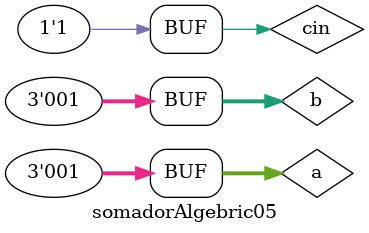
<source format=v>

`include "publico.v"

module somadorAlgebric05();
	reg [2:0]a;
	reg [2:0]b;
	wire [2:0]cout;
	wire [2:0]s;
	wire [2:0]p;
	wire [2:0]q;
	wire x;
	wire y;
	reg cin;
	
	incremento IN1(q,a);
	
	entradaB EN1(p[0], b[0], cin);
	entradaB EN2(p[1], b[1], cin);
	entradaB EN3(p[2], b[2], cin);
	
	fullAdder FA1(s[0], cout[0], q[0], p[0], cin);
	fullAdder FA2(s[1], cout[1], q[1], p[1], cout[0]);
	fullAdder FA3(s[2], cout[2], q[2], p[2], cout[1]);
	
	xor XOR1(x, cout[2], cin);
	nor NOR1(y, s[0], s[0], s[1], s[2]);

	initial begin
			a=3'b000; b=3'b000; cin=0;
		$display("Exemplo0035 - Djonatas Tulio Rodrigues Costa - 440954");
		$display("Somador algebrico para calcular a soma e a subtracao c/ flag\n");
		$display("a(inc1)  +      b   =   s    carry  flag    overflow   0-plus|1-minus\n");
		$monitor("%b(%d)   +   %b(%d) = %b(%d) --- %b  --- %b   ---%b       ---%b", q, q, b, b, s, s, x, y, x, s[2]);
			#1 a=3'b101; b=3'b011;
			#1 a=3'b010; b=3'b110;
			#1 a=3'b011; b=3'b100;
			#1 a=3'b100; b=3'b010;
			#1 a=3'b101; b=3'b001;
			#1 a=3'b110; b=3'b001;
			#1 a=3'b111; b=3'b000;
			#1 a=3'b011; b=3'b011;
			#1 a=3'b100; b=3'b010;
			#1 a=3'b001; b=3'b001;
			#1 a=3'b110; b=3'b100;
			#1 a=3'b001; b=3'b001;
			#1 a=3'b010; b=3'b010;
			#1 a=3'b001; b=3'b001;

			#1 a=3'b000; b=3'b000;cin=1;
		$display("\na(inc1)  -      b   =   s    carry  flag    overflow   0-plus|1-minus\n");
		$monitor("%b(%d)   -   %b(%d) = %b(%d) --- %b  --- %b   ---%b       ---%b", q, q, b, b, s, s, x, y, x, s[2]);
			#1 a=3'b101; b=3'b011;
			#1 a=3'b010; b=3'b110;
			#1 a=3'b011; b=3'b100;
			#1 a=3'b100; b=3'b010;
			#1 a=3'b101; b=3'b001;
			#1 a=3'b110; b=3'b001;
			#1 a=3'b111; b=3'b000;
			#1 a=3'b011; b=3'b011;
			#1 a=3'b100; b=3'b010;
			#1 a=3'b001; b=3'b001;
			#1 a=3'b110; b=3'b100;
			#1 a=3'b001; b=3'b001;
			#1 a=3'b010; b=3'b010;
			#1 a=3'b001; b=3'b001;
	end
	
endmodule // somadorAlgebrico05
</source>
